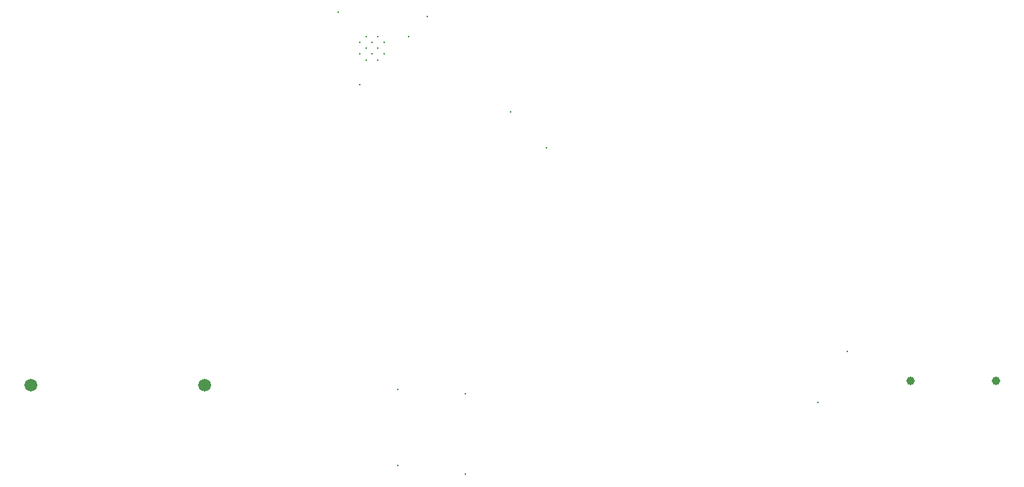
<source format=gbr>
%TF.GenerationSoftware,KiCad,Pcbnew,9.0.0*%
%TF.CreationDate,2025-03-30T15:16:06+05:30*%
%TF.ProjectId,garden management system,67617264-656e-4206-9d61-6e6167656d65,rev?*%
%TF.SameCoordinates,Original*%
%TF.FileFunction,Plated,1,2,PTH,Drill*%
%TF.FilePolarity,Positive*%
%FSLAX46Y46*%
G04 Gerber Fmt 4.6, Leading zero omitted, Abs format (unit mm)*
G04 Created by KiCad (PCBNEW 9.0.0) date 2025-03-30 15:16:06*
%MOMM*%
%LPD*%
G01*
G04 APERTURE LIST*
%TA.AperFunction,ComponentDrill*%
%ADD10C,0.200000*%
%TD*%
%TA.AperFunction,ViaDrill*%
%ADD11C,0.300000*%
%TD*%
%TA.AperFunction,ComponentDrill*%
%ADD12C,1.000000*%
%TD*%
%TA.AperFunction,ComponentDrill*%
%ADD13C,1.500000*%
%TD*%
G04 APERTURE END LIST*
D10*
%TO.C,U1*%
X128560000Y-93010000D03*
X128560000Y-94410000D03*
X129260000Y-92310000D03*
X129260000Y-93710000D03*
X129260000Y-95110000D03*
X129960000Y-93010000D03*
X129960000Y-94410000D03*
X130660000Y-92310000D03*
X130660000Y-93710000D03*
X130660000Y-95110000D03*
X131360000Y-93010000D03*
X131360000Y-94410000D03*
%TD*%
D11*
X126000000Y-89500000D03*
X128500000Y-98000000D03*
X133000000Y-134000000D03*
X133000000Y-143000000D03*
X134310000Y-92310000D03*
X136500000Y-90000000D03*
X141000000Y-134500000D03*
X141000000Y-144000000D03*
X146270000Y-101230000D03*
X150500000Y-105500000D03*
X182500000Y-135500000D03*
X186000000Y-129500000D03*
D12*
%TO.C,BZ1*%
X193500000Y-133000000D03*
X203500000Y-133000000D03*
D13*
%TO.C,BT1*%
X89730000Y-133500000D03*
X110220000Y-133500000D03*
M02*

</source>
